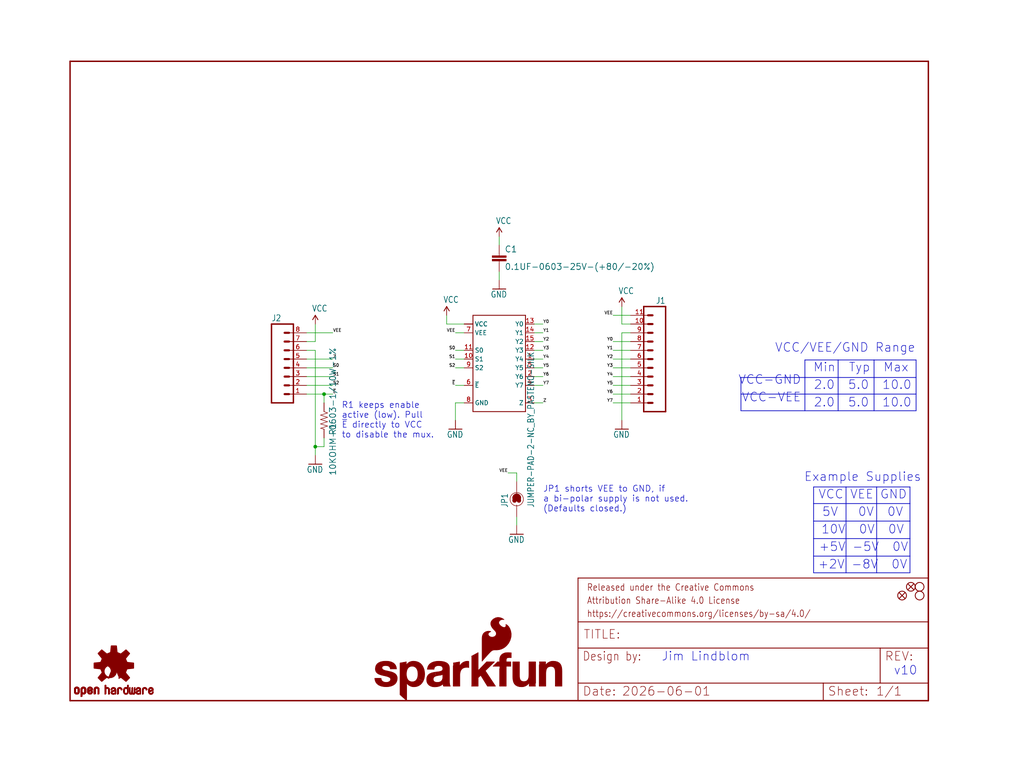
<source format=kicad_sch>
(kicad_sch (version 20230121) (generator eeschema)
  (paper "User" 297.002 223.926)
  (lib_symbols
    (symbol "working-eagle-import:0.1UF-0603-25V-(+80/-20%)"
      (property "Reference" "C" (at 1.524 2.921 0))
      (symbol "0.1UF-0603-25V-(+80/-20%)_1_0"
        (pin passive line (at 0 5.08 270) (length 2.54) (name "1") (number "1"))
        (pin passive line (at 0 -2.54 90) (length 2.54) (name "2") (number "2"))
      )
    )
    (symbol "working-eagle-import:10KOHM-0603-1/10W-1%"
      (property "Reference" "R" (at 0 1.524 0))
      (symbol "10KOHM-0603-1/10W-1%_1_0"
        (pin passive line (at -5.08 0 0) (length 2.54) (name "1") (number "1"))
        (pin passive line (at 5.08 0 180) (length 2.54) (name "2") (number "2"))
      )
    )
    (symbol "working-eagle-import:744051BQ"
      (symbol "744051BQ_1_0"
        (pin bidirectional line (at 10.16 2.54 180) (length 2.54) (name "Y4") (number "1"))
        (pin bidirectional line (at -10.16 2.54 0) (length 2.54) (name "S1") (number "10"))
        (pin bidirectional line (at -10.16 5.08 0) (length 2.54) (name "S0") (number "11"))
        (pin bidirectional line (at 10.16 5.08 180) (length 2.54) (name "Y3") (number "12"))
        (pin bidirectional line (at 10.16 12.7 180) (length 2.54) (name "Y0") (number "13"))
        (pin bidirectional line (at 10.16 10.16 180) (length 2.54) (name "Y1") (number "14"))
        (pin bidirectional line (at 10.16 7.62 180) (length 2.54) (name "Y2") (number "15"))
        (pin bidirectional line (at -10.16 12.7 0) (length 2.54) (name "VCC") (number "16"))
        (pin bidirectional line (at 10.16 -2.54 180) (length 2.54) (name "Y6") (number "2"))
        (pin bidirectional line (at 10.16 -10.16 180) (length 2.54) (name "Z") (number "3"))
        (pin bidirectional line (at 10.16 -5.08 180) (length 2.54) (name "Y7") (number "4"))
        (pin bidirectional line (at 10.16 0 180) (length 2.54) (name "Y5") (number "5"))
        (pin bidirectional line (at -10.16 -5.08 0) (length 2.54) (name "~{E}") (number "6"))
        (pin bidirectional line (at -10.16 10.16 0) (length 2.54) (name "VEE") (number "7"))
        (pin bidirectional line (at -10.16 -10.16 0) (length 2.54) (name "GND") (number "8"))
        (pin bidirectional line (at -10.16 0 0) (length 2.54) (name "S2") (number "9"))
        (pin bidirectional line (at -10.16 12.7 0) (length 2.54) (name "VCC") (number "EP"))
      )
    )
    (symbol "working-eagle-import:FIDUCIAL1X2")
    (symbol "working-eagle-import:FRAME-LETTER"
      (symbol "FRAME-LETTER_2_0"
        (text "${#}/${##}" (at 86.36 1.27 0) (effects (font (size 2.54 2.54)) (justify left bottom)))
        (text "${CURRENT_DATE}" (at 12.7 1.27 0) (effects (font (size 2.54 2.54)) (justify left bottom)))
        (text "${PROJECTNAME}" (at 15.494 17.78 0) (effects (font (size 2.7432 2.7432)) (justify left bottom)))
        (text "Attribution Share-Alike 4.0 License" (at 2.54 27.94 0) (effects (font (size 1.9304 1.6408)) (justify left bottom)))
        (text "Date:" (at 1.27 1.27 0) (effects (font (size 2.54 2.54)) (justify left bottom)))
        (text "Design by:" (at 1.27 11.43 0) (effects (font (size 2.54 2.159)) (justify left bottom)))
        (text "https://creativecommons.org/licenses/by-sa/4.0/" (at 2.54 24.13 0) (effects (font (size 1.9304 1.6408)) (justify left bottom)))
        (text "Released under the Creative Commons" (at 2.54 31.75 0) (effects (font (size 1.9304 1.6408)) (justify left bottom)))
        (text "REV:" (at 88.9 11.43 0) (effects (font (size 2.54 2.54)) (justify left bottom)))
        (text "Sheet:" (at 72.39 1.27 0) (effects (font (size 2.54 2.54)) (justify left bottom)))
        (text "TITLE:" (at 1.524 17.78 0) (effects (font (size 2.54 2.54)) (justify left bottom)))
      )
    )
    (symbol "working-eagle-import:GND" (power)
      (property "Value" "GND" (at -2.54 -2.54 0))
      (symbol "GND_1_0"
        (pin power_in line (at 0 2.54 270) (length 2.54) (name "GND") (number "1"))
      )
    )
    (symbol "working-eagle-import:JUMPER-PAD-2-NC_BY_PASTENO-SILK"
      (property "Reference" "JP" (at -2.54 2.54 0))
      (symbol "JUMPER-PAD-2-NC_BY_PASTENO-SILK_1_0"
        (pin passive line (at -5.08 0 0) (length 2.54) (name "1") (number "1"))
        (pin passive line (at 5.08 0 180) (length 2.54) (name "2") (number "2"))
      )
    )
    (symbol "working-eagle-import:M08"
      (property "Reference" "J" (at -5.08 13.462 0))
      (symbol "M08_1_0"
        (pin passive line (at 5.08 -7.62 180) (length 5.08) (name "1") (number "1"))
        (pin passive line (at 5.08 -5.08 180) (length 5.08) (name "2") (number "2"))
        (pin passive line (at 5.08 -2.54 180) (length 5.08) (name "3") (number "3"))
        (pin passive line (at 5.08 0 180) (length 5.08) (name "4") (number "4"))
        (pin passive line (at 5.08 2.54 180) (length 5.08) (name "5") (number "5"))
        (pin passive line (at 5.08 5.08 180) (length 5.08) (name "6") (number "6"))
        (pin passive line (at 5.08 7.62 180) (length 5.08) (name "7") (number "7"))
        (pin passive line (at 5.08 10.16 180) (length 5.08) (name "8") (number "8"))
      )
    )
    (symbol "working-eagle-import:M11PTH"
      (property "Reference" "J" (at 0 16.002 0))
      (symbol "M11PTH_1_0"
        (pin passive line (at 10.16 -12.7 180) (length 5.08) (name "1") (number "1"))
        (pin passive line (at 10.16 10.16 180) (length 5.08) (name "10") (number "10"))
        (pin passive line (at 10.16 12.7 180) (length 5.08) (name "11") (number "11"))
        (pin passive line (at 10.16 -10.16 180) (length 5.08) (name "2") (number "2"))
        (pin passive line (at 10.16 -7.62 180) (length 5.08) (name "3") (number "3"))
        (pin passive line (at 10.16 -5.08 180) (length 5.08) (name "4") (number "4"))
        (pin passive line (at 10.16 -2.54 180) (length 5.08) (name "5") (number "5"))
        (pin passive line (at 10.16 0 180) (length 5.08) (name "6") (number "6"))
        (pin passive line (at 10.16 2.54 180) (length 5.08) (name "7") (number "7"))
        (pin passive line (at 10.16 5.08 180) (length 5.08) (name "8") (number "8"))
        (pin passive line (at 10.16 7.62 180) (length 5.08) (name "9") (number "9"))
      )
    )
    (symbol "working-eagle-import:OSHW-LOGOMINI")
    (symbol "working-eagle-import:SFE_LOGO_FLAME.1_INCH")
    (symbol "working-eagle-import:SFE_LOGO_NAME.1_INCH")
    (symbol "working-eagle-import:STAND-OFF")
    (symbol "working-eagle-import:VCC" (power)
      (property "Value" "VCC" (at -1.016 3.556 0))
      (symbol "VCC_1_0"
        (pin power_in line (at 0 0 90) (length 2.54) (name "VCC") (number "1"))
      )
    )
  )
  (junction (at 91.44 129.54))
  (junction (at 93.98 114.3))
  (polyline (pts (xy 243.078 104.394) (xy 253.492 104.394)) (stroke (width 0.2032) (type solid)))
  (wire (pts (xy 134.62 104.14) (xy 132.08 104.14)) (stroke (width 0.1524)))
  (polyline (pts (xy 233.426 109.474) (xy 233.426 119.126)) (stroke (width 0.2032) (type solid)))
  (polyline (pts (xy 243.078 104.394) (xy 243.078 119.126)) (stroke (width 0.2032) (type solid)))
  (polyline (pts (xy 214.884 114.3) (xy 214.884 109.474)) (stroke (width 0.2032) (type solid)))
  (wire (pts (xy 88.9 114.3) (xy 93.98 114.3)) (stroke (width 0.1524)))
  (wire (pts (xy 180.34 121.92) (xy 180.34 96.52)) (stroke (width 0.1524)))
  (wire (pts (xy 91.44 129.54) (xy 91.44 132.08)) (stroke (width 0.1524)))
  (polyline (pts (xy 245.364 166.116) (xy 235.966 166.116)) (stroke (width 0.2032) (type solid)))
  (polyline (pts (xy 254.254 166.116) (xy 245.364 166.116)) (stroke (width 0.2032) (type solid)))
  (wire (pts (xy 91.44 101.6) (xy 91.44 129.54)) (stroke (width 0.1524)))
  (polyline (pts (xy 214.884 114.3) (xy 265.684 114.3)) (stroke (width 0.2032) (type solid)))
  (wire (pts (xy 88.9 109.22) (xy 96.52 109.22)) (stroke (width 0.1524)))
  (wire (pts (xy 182.88 104.14) (xy 177.8 104.14)) (stroke (width 0.1524)))
  (wire (pts (xy 154.94 111.76) (xy 157.48 111.76)) (stroke (width 0.1524)))
  (polyline (pts (xy 265.684 119.126) (xy 253.492 119.126)) (stroke (width 0.2032) (type solid)))
  (polyline (pts (xy 235.966 146.05) (xy 263.906 146.05)) (stroke (width 0.2032) (type solid)))
  (wire (pts (xy 149.86 137.16) (xy 147.32 137.16)) (stroke (width 0.1524)))
  (polyline (pts (xy 254.254 141.224) (xy 254.254 166.116)) (stroke (width 0.2032) (type solid)))
  (polyline (pts (xy 235.966 156.21) (xy 235.966 151.13)) (stroke (width 0.2032) (type solid)))
  (wire (pts (xy 134.62 106.68) (xy 132.08 106.68)) (stroke (width 0.1524)))
  (polyline (pts (xy 214.884 119.126) (xy 214.884 114.3)) (stroke (width 0.2032) (type solid)))
  (polyline (pts (xy 235.966 151.13) (xy 235.966 146.05)) (stroke (width 0.2032) (type solid)))
  (wire (pts (xy 91.44 129.54) (xy 93.98 129.54)) (stroke (width 0.1524)))
  (polyline (pts (xy 263.906 166.116) (xy 254.254 166.116)) (stroke (width 0.2032) (type solid)))
  (wire (pts (xy 154.94 104.14) (xy 157.48 104.14)) (stroke (width 0.1524)))
  (polyline (pts (xy 263.906 151.13) (xy 263.906 146.05)) (stroke (width 0.2032) (type solid)))
  (polyline (pts (xy 233.426 109.474) (xy 233.426 104.394)) (stroke (width 0.2032) (type solid)))
  (wire (pts (xy 154.94 116.84) (xy 157.48 116.84)) (stroke (width 0.1524)))
  (wire (pts (xy 88.9 106.68) (xy 96.52 106.68)) (stroke (width 0.1524)))
  (wire (pts (xy 154.94 96.52) (xy 157.48 96.52)) (stroke (width 0.1524)))
  (wire (pts (xy 182.88 101.6) (xy 177.8 101.6)) (stroke (width 0.1524)))
  (polyline (pts (xy 254.254 141.224) (xy 245.364 141.224)) (stroke (width 0.2032) (type solid)))
  (polyline (pts (xy 233.426 104.394) (xy 243.078 104.394)) (stroke (width 0.2032) (type solid)))
  (wire (pts (xy 134.62 96.52) (xy 132.08 96.52)) (stroke (width 0.1524)))
  (wire (pts (xy 154.94 109.22) (xy 157.48 109.22)) (stroke (width 0.1524)))
  (wire (pts (xy 93.98 114.3) (xy 96.52 114.3)) (stroke (width 0.1524)))
  (wire (pts (xy 149.86 152.4) (xy 149.86 149.86)) (stroke (width 0.1524)))
  (wire (pts (xy 154.94 99.06) (xy 157.48 99.06)) (stroke (width 0.1524)))
  (polyline (pts (xy 253.492 119.126) (xy 243.078 119.126)) (stroke (width 0.2032) (type solid)))
  (polyline (pts (xy 233.426 109.474) (xy 265.684 109.474)) (stroke (width 0.2032) (type solid)))
  (wire (pts (xy 144.78 81.28) (xy 144.78 78.74)) (stroke (width 0.1524)))
  (polyline (pts (xy 265.684 104.394) (xy 265.684 109.474)) (stroke (width 0.2032) (type solid)))
  (polyline (pts (xy 263.906 161.29) (xy 263.906 156.21)) (stroke (width 0.2032) (type solid)))
  (wire (pts (xy 134.62 93.98) (xy 129.54 93.98)) (stroke (width 0.1524)))
  (wire (pts (xy 132.08 116.84) (xy 132.08 121.92)) (stroke (width 0.1524)))
  (wire (pts (xy 182.88 116.84) (xy 177.8 116.84)) (stroke (width 0.1524)))
  (wire (pts (xy 144.78 68.58) (xy 144.78 71.12)) (stroke (width 0.1524)))
  (polyline (pts (xy 235.966 151.13) (xy 263.906 151.13)) (stroke (width 0.2032) (type solid)))
  (wire (pts (xy 88.9 111.76) (xy 96.52 111.76)) (stroke (width 0.1524)))
  (wire (pts (xy 134.62 111.76) (xy 132.08 111.76)) (stroke (width 0.1524)))
  (wire (pts (xy 182.88 99.06) (xy 177.8 99.06)) (stroke (width 0.1524)))
  (wire (pts (xy 93.98 129.54) (xy 93.98 127)) (stroke (width 0.1524)))
  (polyline (pts (xy 214.884 109.474) (xy 233.426 109.474)) (stroke (width 0.2032) (type solid)))
  (wire (pts (xy 149.86 139.7) (xy 149.86 137.16)) (stroke (width 0.1524)))
  (wire (pts (xy 134.62 116.84) (xy 132.08 116.84)) (stroke (width 0.1524)))
  (polyline (pts (xy 263.906 156.21) (xy 263.906 151.13)) (stroke (width 0.2032) (type solid)))
  (polyline (pts (xy 235.966 161.29) (xy 235.966 156.21)) (stroke (width 0.2032) (type solid)))
  (wire (pts (xy 182.88 109.22) (xy 177.8 109.22)) (stroke (width 0.1524)))
  (wire (pts (xy 93.98 116.84) (xy 93.98 114.3)) (stroke (width 0.1524)))
  (wire (pts (xy 91.44 99.06) (xy 91.44 93.98)) (stroke (width 0.1524)))
  (wire (pts (xy 88.9 99.06) (xy 91.44 99.06)) (stroke (width 0.1524)))
  (wire (pts (xy 129.54 93.98) (xy 129.54 91.44)) (stroke (width 0.1524)))
  (polyline (pts (xy 245.364 141.224) (xy 245.364 166.116)) (stroke (width 0.2032) (type solid)))
  (wire (pts (xy 88.9 104.14) (xy 96.52 104.14)) (stroke (width 0.1524)))
  (polyline (pts (xy 235.966 166.116) (xy 235.966 161.29)) (stroke (width 0.2032) (type solid)))
  (polyline (pts (xy 235.966 146.05) (xy 235.966 141.224)) (stroke (width 0.2032) (type solid)))
  (polyline (pts (xy 235.966 161.29) (xy 263.906 161.29)) (stroke (width 0.2032) (type solid)))
  (polyline (pts (xy 263.906 141.224) (xy 254.254 141.224)) (stroke (width 0.2032) (type solid)))
  (wire (pts (xy 182.88 96.52) (xy 180.34 96.52)) (stroke (width 0.1524)))
  (wire (pts (xy 88.9 101.6) (xy 91.44 101.6)) (stroke (width 0.1524)))
  (wire (pts (xy 180.34 93.98) (xy 180.34 88.9)) (stroke (width 0.1524)))
  (wire (pts (xy 182.88 91.44) (xy 177.8 91.44)) (stroke (width 0.1524)))
  (polyline (pts (xy 263.906 146.05) (xy 263.906 141.224)) (stroke (width 0.2032) (type solid)))
  (wire (pts (xy 154.94 101.6) (xy 157.48 101.6)) (stroke (width 0.1524)))
  (wire (pts (xy 182.88 93.98) (xy 180.34 93.98)) (stroke (width 0.1524)))
  (wire (pts (xy 182.88 114.3) (xy 177.8 114.3)) (stroke (width 0.1524)))
  (polyline (pts (xy 253.492 104.394) (xy 265.684 104.394)) (stroke (width 0.2032) (type solid)))
  (wire (pts (xy 154.94 106.68) (xy 157.48 106.68)) (stroke (width 0.1524)))
  (polyline (pts (xy 263.906 166.116) (xy 263.906 161.29)) (stroke (width 0.2032) (type solid)))
  (polyline (pts (xy 233.426 119.126) (xy 214.884 119.126)) (stroke (width 0.2032) (type solid)))
  (polyline (pts (xy 235.966 156.21) (xy 263.906 156.21)) (stroke (width 0.2032) (type solid)))
  (polyline (pts (xy 253.492 104.394) (xy 253.492 119.126)) (stroke (width 0.2032) (type solid)))
  (polyline (pts (xy 245.364 141.224) (xy 235.966 141.224)) (stroke (width 0.2032) (type solid)))
  (wire (pts (xy 182.88 106.68) (xy 177.8 106.68)) (stroke (width 0.1524)))
  (polyline (pts (xy 265.684 109.474) (xy 265.684 114.3)) (stroke (width 0.2032) (type solid)))
  (wire (pts (xy 154.94 93.98) (xy 157.48 93.98)) (stroke (width 0.1524)))
  (wire (pts (xy 88.9 96.52) (xy 96.52 96.52)) (stroke (width 0.1524)))
  (polyline (pts (xy 243.078 119.126) (xy 233.426 119.126)) (stroke (width 0.2032) (type solid)))
  (wire (pts (xy 134.62 101.6) (xy 132.08 101.6)) (stroke (width 0.1524)))
  (polyline (pts (xy 265.684 114.3) (xy 265.684 119.126)) (stroke (width 0.2032) (type solid)))
  (wire (pts (xy 182.88 111.76) (xy 177.8 111.76)) (stroke (width 0.1524)))
  (text "2.0  5.0  10.0" (at 250.19 116.84 0) (effects (font (size 2.54 2.54))))
  (text "R1 keeps enable\nactive (low). Pull\n~{E} directly to VCC\nto disable the mux." (at 99.06 121.92 0) (effects (font (size 1.778 1.778)) (justify left)))
  (text "10V  0V  0V" (at 250.19 153.67 0) (effects (font (size 2.54 2.54))))
  (text "Min  Typ  Max" (at 249.682 106.68 0) (effects (font (size 2.54 2.54))))
  (text "v10" (at 262.636 194.564 0) (effects (font (size 2.54 2.54))))
  (text "+5V -5V  0V" (at 250.444 158.75 0) (effects (font (size 2.54 2.54))))
  (text "+2V -8V  0V" (at 250.19 163.83 0) (effects (font (size 2.54 2.54))))
  (text "5V   0V  0V" (at 250.19 148.59 0) (effects (font (size 2.54 2.54))))
  (text "VCC-GND" (at 232.41 111.76 0) (effects (font (size 2.54 2.54)) (justify right bottom)))
  (text "VCC VEE GND" (at 250.19 143.51 0) (effects (font (size 2.54 2.54))))
  (text "JP1 shorts VEE to GND, if\na bi-polar supply is not used.\n(Defaults closed.)" (at 157.48 144.78 0) (effects (font (size 1.778 1.778)) (justify left)))
  (text "Jim Lindblom" (at 204.724 190.5 0) (effects (font (size 2.54 2.54))))
  (text "VCC-VEE" (at 232.41 116.84 0) (effects (font (size 2.54 2.54)) (justify right bottom)))
  (text "Example Supplies" (at 250.19 138.43 0) (effects (font (size 2.54 2.54))))
  (text "2.0  5.0  10.0" (at 250.19 111.76 0) (effects (font (size 2.54 2.54))))
  (text "VCC/VEE/GND Range" (at 245.11 100.965 0) (effects (font (size 2.54 2.54))))
  (label "S2" (at 96.52 111.76 0) (effects (font (size 0.889 0.889))))
  (label "Y3" (at 157.48 101.6 0) (effects (font (size 0.889 0.889))))
  (label "~{E}" (at 96.52 114.3 0) (effects (font (size 0.889 0.889))))
  (label "Y0" (at 157.48 93.98 0) (effects (font (size 0.889 0.889))))
  (label "VEE" (at 96.52 96.52 0) (effects (font (size 0.889 0.889))))
  (label "VEE" (at 177.8 91.44 180) (effects (font (size 0.889 0.889))))
  (label "Y4" (at 177.8 109.22 180) (effects (font (size 0.889 0.889))))
  (label "Y7" (at 177.8 116.84 180) (effects (font (size 0.889 0.889))))
  (label "Y4" (at 157.48 104.14 0) (effects (font (size 0.889 0.889))))
  (label "VEE" (at 147.32 137.16 180) (effects (font (size 0.889 0.889))))
  (label "Y1" (at 177.8 101.6 180) (effects (font (size 0.889 0.889))))
  (label "Y6" (at 177.8 114.3 180) (effects (font (size 0.889 0.889))))
  (label "S1" (at 96.52 109.22 0) (effects (font (size 0.889 0.889))))
  (label "S0" (at 132.08 101.6 180) (effects (font (size 0.889 0.889))))
  (label "Y6" (at 157.48 109.22 0) (effects (font (size 0.889 0.889))))
  (label "Y7" (at 157.48 111.76 0) (effects (font (size 0.889 0.889))))
  (label "Y1" (at 157.48 96.52 0) (effects (font (size 0.889 0.889))))
  (label "VEE" (at 132.08 96.52 180) (effects (font (size 0.889 0.889))))
  (label "Y3" (at 177.8 106.68 180) (effects (font (size 0.889 0.889))))
  (label "Y5" (at 177.8 111.76 180) (effects (font (size 0.889 0.889))))
  (label "Y5" (at 157.48 106.68 0) (effects (font (size 0.889 0.889))))
  (label "S0" (at 96.52 106.68 0) (effects (font (size 0.889 0.889))))
  (label "Z" (at 157.48 116.84 0) (effects (font (size 0.889 0.889))))
  (label "Y0" (at 177.8 99.06 180) (effects (font (size 0.889 0.889))))
  (label "Z" (at 96.52 104.14 0) (effects (font (size 0.889 0.889))))
  (label "Y2" (at 157.48 99.06 0) (effects (font (size 0.889 0.889))))
  (label "~{E}" (at 132.08 111.76 180) (effects (font (size 0.889 0.889))))
  (label "S1" (at 132.08 104.14 180) (effects (font (size 0.889 0.889))))
  (label "S2" (at 132.08 106.68 180) (effects (font (size 0.889 0.889))))
  (label "Y2" (at 177.8 104.14 180) (effects (font (size 0.889 0.889))))
  (symbol (lib_id "working-eagle-import:M11PTH") (at 193.04 104.14 0) (mirror y) (unit 1)
    (property "Reference" "J1" (at 193.04 88.138 0) (effects (font (size 1.778 1.5113)) (justify left bottom)))
    (property "Value" "M11PTH" (effects hide))
    (property "Footprint" "working:1X11" (effects hide))
  )
  (symbol (lib_id "working-eagle-import:FRAME-LETTER") (at 20.32 203.2 0) (unit 1)
    (property "Reference" "FRAME1" (effects hide))
    (property "Value" "FRAME-LETTER" (effects hide))
    (property "Footprint" "working:CREATIVE_COMMONS" (effects hide))
  )
  (symbol (lib_id "working-eagle-import:744051BQ") (at 144.78 106.68 0) (unit 1)
    (property "Reference" "U1" (effects hide))
    (property "Value" "744051BQ" (effects hide))
    (property "Footprint" "working:DHVQFN-16-2.5X3.5MM" (effects hide))
  )
  (symbol (lib_id "working-eagle-import:VCC") (at 91.44 93.98 0) (unit 1)
    (property "Reference" "#SUPPLY4" (effects hide))
    (property "Value" "VCC" (at 90.424 90.424 0) (effects (font (size 1.778 1.5113)) (justify left bottom)))
  )
  (symbol (lib_id "working-eagle-import:FIDUCIAL1X2") (at 261.62 172.72 0) (unit 1)
    (property "Reference" "FD2" (effects hide))
    (property "Value" "FIDUCIAL1X2" (effects hide))
    (property "Footprint" "working:FIDUCIAL-1X2" (effects hide))
  )
  (symbol (lib_id "working-eagle-import:OSHW-LOGOMINI") (at 33.02 193.04 0) (unit 1)
    (property "Reference" "LOGO2" (effects hide))
    (property "Value" "OSHW-LOGOMINI" (effects hide))
    (property "Footprint" "working:OSHW-LOGO-MINI" (effects hide))
  )
  (symbol (lib_id "working-eagle-import:0.1UF-0603-25V-(+80/-20%)") (at 144.78 76.2 0) (unit 1)
    (property "Reference" "C1" (at 146.304 73.279 0) (effects (font (size 1.778 1.778)) (justify left bottom)))
    (property "Value" "0.1UF-0603-25V-(+80/-20%)" (at 146.304 78.359 0) (effects (font (size 1.778 1.778)) (justify left bottom)))
    (property "Footprint" "working:0603" (effects hide))
  )
  (symbol (lib_id "working-eagle-import:SFE_LOGO_FLAME.1_INCH") (at 139.446 192.278 0) (unit 1)
    (property "Reference" "LOGO1" (effects hide))
    (property "Value" "SFE_LOGO_FLAME.1_INCH" (effects hide))
    (property "Footprint" "working:SFE_LOGO_FLAME_.1" (effects hide))
  )
  (symbol (lib_id "working-eagle-import:FRAME-LETTER") (at 167.64 203.2 0) (unit 2)
    (property "Reference" "FRAME1" (effects hide))
    (property "Value" "FRAME-LETTER" (effects hide))
    (property "Footprint" "working:CREATIVE_COMMONS" (effects hide))
  )
  (symbol (lib_id "working-eagle-import:GND") (at 149.86 154.94 0) (unit 1)
    (property "Reference" "#GND6" (effects hide))
    (property "Value" "GND" (at 147.32 157.48 0) (effects (font (size 1.778 1.5113)) (justify left bottom)))
  )
  (symbol (lib_id "working-eagle-import:VCC") (at 129.54 91.44 0) (unit 1)
    (property "Reference" "#SUPPLY3" (effects hide))
    (property "Value" "VCC" (at 128.524 87.884 0) (effects (font (size 1.778 1.5113)) (justify left bottom)))
  )
  (symbol (lib_id "working-eagle-import:VCC") (at 180.34 88.9 0) (unit 1)
    (property "Reference" "#SUPPLY2" (effects hide))
    (property "Value" "VCC" (at 179.324 85.344 0) (effects (font (size 1.778 1.5113)) (justify left bottom)))
  )
  (symbol (lib_id "working-eagle-import:M08") (at 83.82 106.68 0) (unit 1)
    (property "Reference" "J2" (at 78.74 93.218 0) (effects (font (size 1.778 1.5113)) (justify left bottom)))
    (property "Value" "M08" (effects hide))
    (property "Footprint" "working:1X08_ROUND" (effects hide))
  )
  (symbol (lib_id "working-eagle-import:STAND-OFF") (at 266.7 172.72 0) (unit 1)
    (property "Reference" "H2" (effects hide))
    (property "Value" "STAND-OFF" (effects hide))
    (property "Footprint" "working:STAND-OFF" (effects hide))
  )
  (symbol (lib_id "working-eagle-import:GND") (at 144.78 83.82 0) (unit 1)
    (property "Reference" "#GND1" (effects hide))
    (property "Value" "GND" (at 142.24 86.36 0) (effects (font (size 1.778 1.5113)) (justify left bottom)))
  )
  (symbol (lib_id "working-eagle-import:JUMPER-PAD-2-NC_BY_PASTENO-SILK") (at 149.86 144.78 90) (unit 1)
    (property "Reference" "JP1" (at 147.32 147.32 0) (effects (font (size 1.778 1.5113)) (justify left bottom)))
    (property "Value" "JUMPER-PAD-2-NC_BY_PASTENO-SILK" (at 154.94 147.32 0) (effects (font (size 1.778 1.5113)) (justify left bottom)))
    (property "Footprint" "working:PAD-JUMPER-2-NC_BY_PASTE_NO_SILK" (effects hide))
  )
  (symbol (lib_id "working-eagle-import:GND") (at 180.34 124.46 0) (unit 1)
    (property "Reference" "#GND3" (effects hide))
    (property "Value" "GND" (at 177.8 127 0) (effects (font (size 1.778 1.5113)) (justify left bottom)))
  )
  (symbol (lib_id "working-eagle-import:SFE_LOGO_NAME.1_INCH") (at 106.68 203.2 0) (unit 1)
    (property "Reference" "LOGO3" (effects hide))
    (property "Value" "SFE_LOGO_NAME.1_INCH" (effects hide))
    (property "Footprint" "working:SFE_LOGO_NAME_.1" (effects hide))
  )
  (symbol (lib_id "working-eagle-import:FIDUCIAL1X2") (at 264.16 170.18 0) (unit 1)
    (property "Reference" "FD1" (effects hide))
    (property "Value" "FIDUCIAL1X2" (effects hide))
    (property "Footprint" "working:FIDUCIAL-1X2" (effects hide))
  )
  (symbol (lib_id "working-eagle-import:10KOHM-0603-1/10W-1%") (at 93.98 121.92 270) (unit 1)
    (property "Reference" "R1" (at 95.504 124.46 0) (effects (font (size 1.778 1.778)) (justify bottom)))
    (property "Value" "10KOHM-0603-1/10W-1%" (at 95.504 119.38 0) (effects (font (size 1.778 1.778)) (justify bottom)))
    (property "Footprint" "working:0603" (effects hide))
  )
  (symbol (lib_id "working-eagle-import:VCC") (at 144.78 68.58 0) (unit 1)
    (property "Reference" "#SUPPLY1" (effects hide))
    (property "Value" "VCC" (at 143.764 65.024 0) (effects (font (size 1.778 1.5113)) (justify left bottom)))
  )
  (symbol (lib_id "working-eagle-import:GND") (at 132.08 124.46 0) (unit 1)
    (property "Reference" "#GND2" (effects hide))
    (property "Value" "GND" (at 129.54 127 0) (effects (font (size 1.778 1.5113)) (justify left bottom)))
  )
  (symbol (lib_id "working-eagle-import:GND") (at 91.44 134.62 0) (unit 1)
    (property "Reference" "#GND4" (effects hide))
    (property "Value" "GND" (at 88.9 137.16 0) (effects (font (size 1.778 1.5113)) (justify left bottom)))
  )
  (symbol (lib_id "working-eagle-import:STAND-OFF") (at 266.7 170.18 0) (unit 1)
    (property "Reference" "H1" (effects hide))
    (property "Value" "STAND-OFF" (effects hide))
    (property "Footprint" "working:STAND-OFF" (effects hide))
  )
)
</source>
